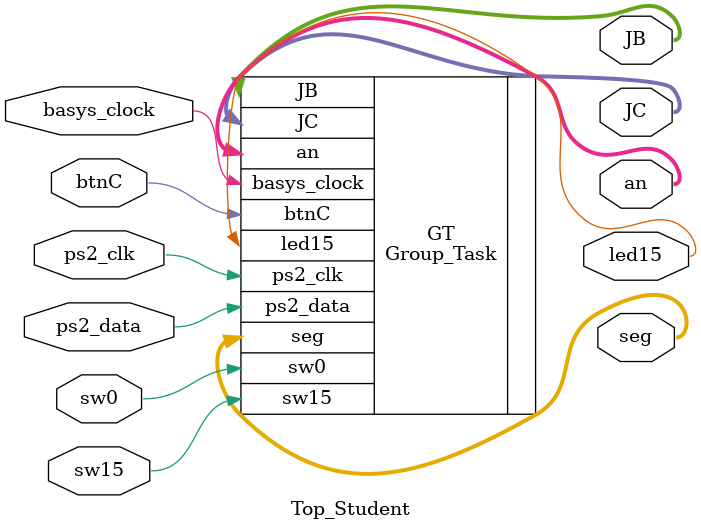
<source format=v>
`timescale 1ns / 1ps



module Top_Student (
    // Delete this comment and include Basys3 inputs and outputs here
    input basys_clock,
    input btnC,
    inout ps2_clk,  
    inout ps2_data,
    input sw0, sw15,
    output led15,
    output [7:0] JC,
    output [3:0] an,
    output [7:0] seg,
    output [3:0] JB
    );
    
    Group_Task GT(
        .basys_clock(basys_clock), 
        .sw0(sw0),
        .sw15(sw15), 
        .JC(JC),
        .btnC(btnC), 
        .ps2_clk(ps2_clk), 
        .ps2_data(ps2_data),
        .led15(led15),
        .an(an),
        .seg(seg),
        .JB(JB)
    );

endmodule
</source>
